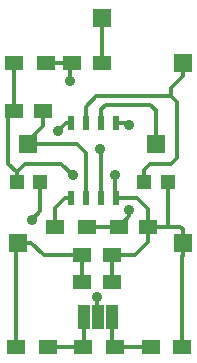
<source format=gtl>
G04 #@! TF.FileFunction,Copper,L1,Top,Mixed*
%FSLAX46Y46*%
G04 Gerber Fmt 4.6, Leading zero omitted, Abs format (unit mm)*
G04 Created by KiCad (PCBNEW (2015-10-08 BZR 6256, Git 7d5cb75)-product) date Fri 09 Oct 2015 09:14:55 PM CEST*
%MOMM*%
G01*
G04 APERTURE LIST*
%ADD10C,0.100000*%
%ADD11R,1.500000X1.250000*%
%ADD12R,1.000000X2.000000*%
%ADD13R,1.650000X1.650000*%
%ADD14R,1.500000X1.300000*%
%ADD15R,1.198880X1.198880*%
%ADD16R,1.600200X1.501140*%
%ADD17R,0.508000X1.143000*%
%ADD18C,0.889000*%
%ADD19C,0.304800*%
G04 APERTURE END LIST*
D10*
D11*
X184926174Y-29233456D03*
X182426174Y-29233456D03*
X186350000Y-43100000D03*
X188850000Y-43100000D03*
X183250000Y-47750000D03*
X185750000Y-47750000D03*
X183250000Y-45500000D03*
X185750000Y-45500000D03*
X179950000Y-33300000D03*
X177450000Y-33300000D03*
D12*
X185800000Y-50700000D03*
X184600000Y-50700000D03*
X183400000Y-50700000D03*
D13*
X184900000Y-25400000D03*
X191770000Y-29210000D03*
X177800000Y-44450000D03*
X191770000Y-44450000D03*
D14*
X180226174Y-29233456D03*
X177526174Y-29233456D03*
X183650000Y-43100000D03*
X180950000Y-43100000D03*
X177650000Y-53250000D03*
X180350000Y-53250000D03*
X183350000Y-53250000D03*
X186050000Y-53250000D03*
X189050000Y-53250000D03*
X191750000Y-53250000D03*
D15*
X177699240Y-39300860D03*
X179700760Y-39300860D03*
D16*
X178700000Y-36049660D03*
D17*
X182295000Y-34325000D03*
X183565000Y-34325000D03*
X184835000Y-34325000D03*
X186105000Y-34325000D03*
X186105000Y-40675000D03*
X184835000Y-40675000D03*
X183565000Y-40675000D03*
X182295000Y-40675000D03*
D15*
X188499240Y-39300860D03*
X190500760Y-39300860D03*
D16*
X189500000Y-36049660D03*
D18*
X182250000Y-30750000D03*
X184750000Y-36500000D03*
X187250000Y-41678310D03*
X187250000Y-34500000D03*
X186000000Y-38750000D03*
X182500000Y-38750000D03*
X181250000Y-35000000D03*
X184509699Y-49070442D03*
X179000000Y-42500000D03*
D19*
X184926174Y-29233456D02*
X184926174Y-25426174D01*
X184926174Y-25426174D02*
X184900000Y-25400000D01*
X182250000Y-30750000D02*
X182250000Y-29409630D01*
X182250000Y-29409630D02*
X182426174Y-29233456D01*
X184835000Y-40675000D02*
X184835000Y-36585000D01*
X184835000Y-36585000D02*
X184750000Y-36500000D01*
X180226174Y-29233456D02*
X182426174Y-29233456D01*
X186350000Y-43100000D02*
X183650000Y-43100000D01*
X187250000Y-41678310D02*
X187250000Y-42200000D01*
X187250000Y-42200000D02*
X186350000Y-43100000D01*
X186105000Y-34325000D02*
X187075000Y-34325000D01*
X187075000Y-34325000D02*
X187250000Y-34500000D01*
X191770000Y-44450000D02*
X191770000Y-45579800D01*
X191770000Y-45579800D02*
X191750000Y-45599800D01*
X191750000Y-45599800D02*
X191750000Y-53250000D01*
X188850000Y-44400000D02*
X187750000Y-45500000D01*
X187750000Y-45500000D02*
X185750000Y-45500000D01*
X188850000Y-43100000D02*
X188850000Y-44400000D01*
X185750000Y-45500000D02*
X185750000Y-47750000D01*
X186000000Y-38750000D02*
X186000000Y-40570000D01*
X186000000Y-40570000D02*
X186105000Y-40675000D01*
X178398480Y-37750000D02*
X181500000Y-37750000D01*
X181500000Y-37750000D02*
X182500000Y-38750000D01*
X177699240Y-38449240D02*
X178398480Y-37750000D01*
X187925000Y-40675000D02*
X188850000Y-41600000D01*
X188850000Y-41600000D02*
X188850000Y-43100000D01*
X186105000Y-40675000D02*
X187925000Y-40675000D01*
X190591603Y-43100000D02*
X191549800Y-43100000D01*
X188850000Y-43100000D02*
X190591603Y-43100000D01*
X190591603Y-43100000D02*
X190500760Y-43009157D01*
X190500760Y-43009157D02*
X190500760Y-39300860D01*
X191549800Y-43100000D02*
X191770000Y-43320200D01*
X191770000Y-43320200D02*
X191770000Y-44450000D01*
X177699240Y-39300860D02*
X177699240Y-38449240D01*
X177000000Y-37750000D02*
X177000000Y-33750000D01*
X177699240Y-38449240D02*
X177000000Y-37750000D01*
X177000000Y-33750000D02*
X177450000Y-33300000D01*
X177450000Y-33300000D02*
X177450000Y-29309630D01*
X177450000Y-29309630D02*
X177526174Y-29233456D01*
X183250000Y-45500000D02*
X180000000Y-45500000D01*
X180000000Y-45500000D02*
X178950000Y-44450000D01*
X178950000Y-44450000D02*
X177800000Y-44450000D01*
X183250000Y-45500000D02*
X183250000Y-47750000D01*
X182295000Y-34325000D02*
X181925000Y-34325000D01*
X181925000Y-34325000D02*
X181250000Y-35000000D01*
X177650000Y-53250000D02*
X177650000Y-44600000D01*
X177650000Y-44600000D02*
X177800000Y-44450000D01*
X182799660Y-36049660D02*
X183565000Y-36815000D01*
X183565000Y-36815000D02*
X183565000Y-40675000D01*
X178700000Y-36049660D02*
X182799660Y-36049660D01*
X178700000Y-36049660D02*
X178700000Y-35800000D01*
X178700000Y-35800000D02*
X179950000Y-34550000D01*
X179950000Y-34550000D02*
X179950000Y-33300000D01*
X185800000Y-50700000D02*
X185800000Y-53000000D01*
X185800000Y-53000000D02*
X186050000Y-53250000D01*
X186050000Y-53250000D02*
X189050000Y-53250000D01*
X184509699Y-49070442D02*
X184509699Y-50609699D01*
X184509699Y-50609699D02*
X184600000Y-50700000D01*
X179700760Y-39300860D02*
X179700760Y-41799240D01*
X179700760Y-41799240D02*
X179000000Y-42500000D01*
X183400000Y-50700000D02*
X183400000Y-53200000D01*
X183400000Y-53200000D02*
X183350000Y-53250000D01*
X180350000Y-53250000D02*
X183350000Y-53250000D01*
X191770000Y-29210000D02*
X191770000Y-30339800D01*
X191770000Y-30339800D02*
X190788790Y-31321010D01*
X190788790Y-31321010D02*
X190788790Y-32038790D01*
X183565000Y-34325000D02*
X183565000Y-32935000D01*
X188499240Y-38250760D02*
X188499240Y-39300860D01*
X183565000Y-32935000D02*
X184461210Y-32038790D01*
X184461210Y-32038790D02*
X190788790Y-32038790D01*
X190788790Y-32038790D02*
X191250000Y-32500000D01*
X191250000Y-32500000D02*
X191250000Y-37250000D01*
X191250000Y-37250000D02*
X190750000Y-37750000D01*
X190750000Y-37750000D02*
X189000000Y-37750000D01*
X189000000Y-37750000D02*
X188499240Y-38250760D01*
X180950000Y-43100000D02*
X180950000Y-41550000D01*
X180950000Y-41550000D02*
X181825000Y-40675000D01*
X181825000Y-40675000D02*
X182295000Y-40675000D01*
X189000000Y-32750000D02*
X189500000Y-33250000D01*
X189500000Y-33250000D02*
X189500000Y-36049660D01*
X185250000Y-32750000D02*
X189000000Y-32750000D01*
X184835000Y-33165000D02*
X185250000Y-32750000D01*
X184835000Y-34325000D02*
X184835000Y-33165000D01*
M02*

</source>
